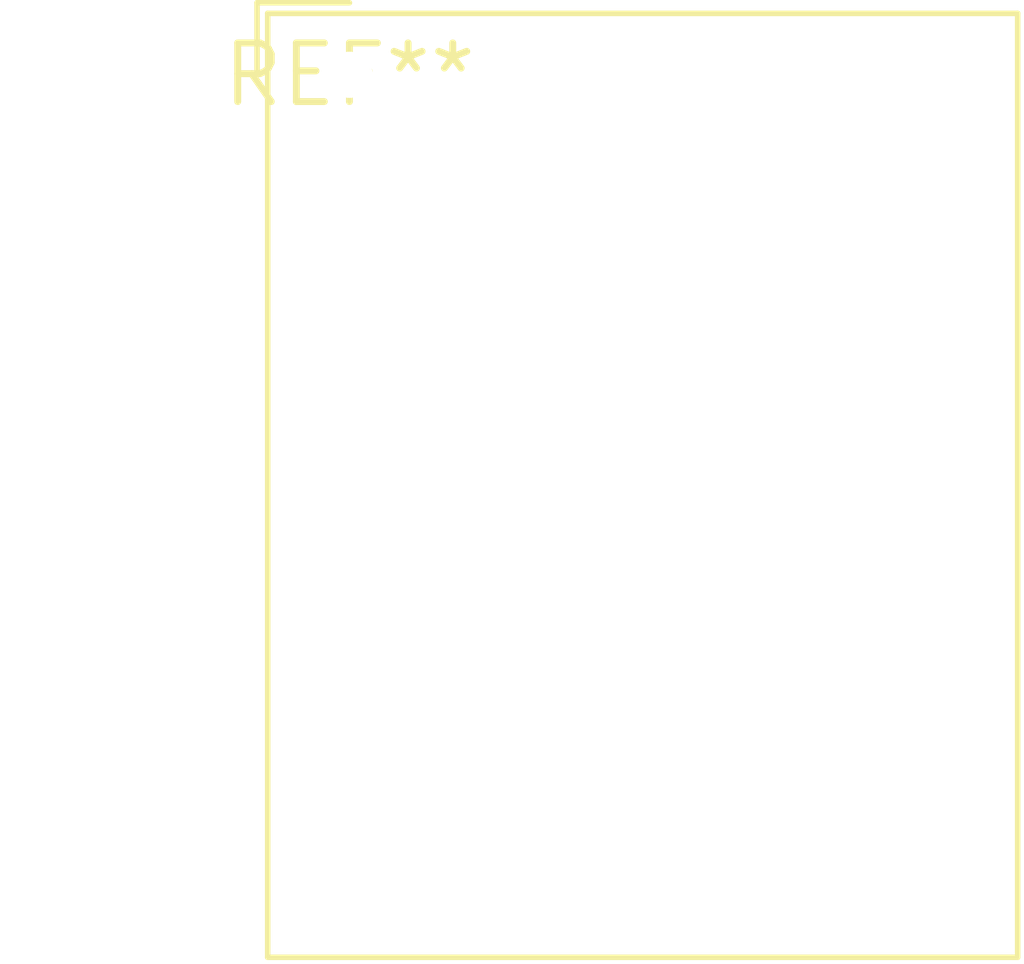
<source format=kicad_pcb>
(kicad_pcb (version 20240108) (generator pcbnew)
  (layers (0 "F.Cu" signal) (31 "B.Cu" signal) (34 "B.Paste" user) (35 "F.Paste" user) (36 "B.SilkS" user "B.Silkscreen") (37 "F.SilkS" user "F.Silkscreen") (38 "B.Mask" user) (39 "F.Mask" user) (44 "Edge.Cuts" user))
  (net 0 "")
  (footprint "DA04-11SEKWA" (layer "F.Cu") (at 0 0)
    (property "Reference" "REF**")
    (property "Value" "DA04-11SEKWA")
    (fp_line (start -2 -1.56) (end -2 0) (layer "F.SilkS") (stroke (width 0.12)))
    (fp_line (start -2 -1.56) (end 0 -1.56) (layer "F.SilkS") (stroke (width 0.12)))
    (fp_line (start -1.77 -1.33) (end 14.47 -1.33) (layer "F.SilkS") (stroke (width 0.12)))
    (fp_line (start -1.77 19.11) (end -1.77 -1.33) (layer "F.SilkS") (stroke (width 0.12)))
    (fp_line (start 14.47 -1.33) (end 14.47 19.11) (layer "F.SilkS") (stroke (width 0.12)))
    (fp_line (start 14.47 19.11) (end -1.77 19.11) (layer "F.SilkS") (stroke (width 0.12)))
    (pad "1" thru_hole rect (at 0 0) (size 1.7 1.7) (drill 1) (layers *.Cu *.Mask) (remove_unused_layers))
    (pad "2" thru_hole circle (at 0 2.54) (size 1.7 1.7) (drill 1) (layers *.Cu *.Mask) (remove_unused_layers))
    (pad "3" thru_hole circle (at 0 5.08) (size 1.7 1.7) (drill 1) (layers *.Cu *.Mask) (remove_unused_layers))
    (pad "4" thru_hole circle (at 0 7.62) (size 1.7 1.7) (drill 1) (layers *.Cu *.Mask) (remove_unused_layers))
    (pad "5" thru_hole circle (at 0 10.16) (size 1.7 1.7) (drill 1) (layers *.Cu *.Mask) (remove_unused_layers))
    (pad "6" thru_hole circle (at 0 12.7) (size 1.7 1.7) (drill 1) (layers *.Cu *.Mask) (remove_unused_layers))
    (pad "7" thru_hole circle (at 0 15.24) (size 1.7 1.7) (drill 1) (layers *.Cu *.Mask) (remove_unused_layers))
    (pad "8" thru_hole circle (at 0 17.78) (size 1.7 1.7) (drill 1) (layers *.Cu *.Mask) (remove_unused_layers))
    (pad "9" thru_hole circle (at 12.7 17.78) (size 1.7 1.7) (drill 1) (layers *.Cu *.Mask) (remove_unused_layers))
    (pad "10" thru_hole circle (at 12.7 15.24) (size 1.7 1.7) (drill 1) (layers *.Cu *.Mask) (remove_unused_layers))
    (pad "11" thru_hole circle (at 12.7 12.7) (size 1.7 1.7) (drill 1) (layers *.Cu *.Mask) (remove_unused_layers))
    (pad "12" thru_hole circle (at 12.7 10.16) (size 1.7 1.7) (drill 1) (layers *.Cu *.Mask) (remove_unused_layers))
    (pad "13" thru_hole circle (at 12.7 7.62) (size 1.7 1.7) (drill 1) (layers *.Cu *.Mask) (remove_unused_layers))
    (pad "14" thru_hole circle (at 12.7 5.08) (size 1.7 1.7) (drill 1) (layers *.Cu *.Mask) (remove_unused_layers))
    (pad "15" thru_hole circle (at 12.7 2.54) (size 1.7 1.7) (drill 1) (layers *.Cu *.Mask) (remove_unused_layers))
    (pad "16" thru_hole circle (at 12.7 0) (size 1.7 1.7) (drill 1) (layers *.Cu *.Mask) (remove_unused_layers))
  )
)
</source>
